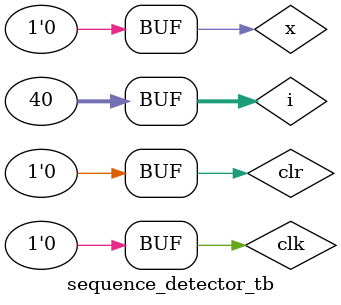
<source format=v>
module sequence_detector(y,x,clk,clr, state);
input x,clk,clr;
output reg y;
output reg [1:0] state =2'b00;
parameter A=2'b00, B=2'b01, C=2'b10, D=2'b11;
always @(posedge clk)
begin
if (clr == 1) state <=A;
else
begin
	if (x==0)
		case (state)
			A:state<=A;
			B:state<=C;
			C:state<=A;
			D:state<=A;
		endcase
		else
		case (state)
			A:state<=B;
			B:state<=B;
			C:state<=D;
			D:state<=B;
		endcase
	if((x==0)&&(state==D)) y<=1;
	else y<=0;
end
end 
endmodule

module sequence_detector_tb; 
wire y; 
wire [1:0] state;
reg x=0; 
reg clk=0; 
reg clr=1; 
integer i; 
sequence_detector UUT(.y(y),.x(x),.clk(clk),.clr(clr),.state(state));
initial begin
for(i=0;i<40;i=i+1) begin
clk=~clk;
if(i>5&i<11) begin
clr=0;
x=1; 
 end 
 else if(i==11) x=0;
 else if(i==12) x=1; 
 else if(i==13) x=1; 
 else if(i==16) x=1; 
 else x=0; 
 #10;
end
end
endmodule



</source>
